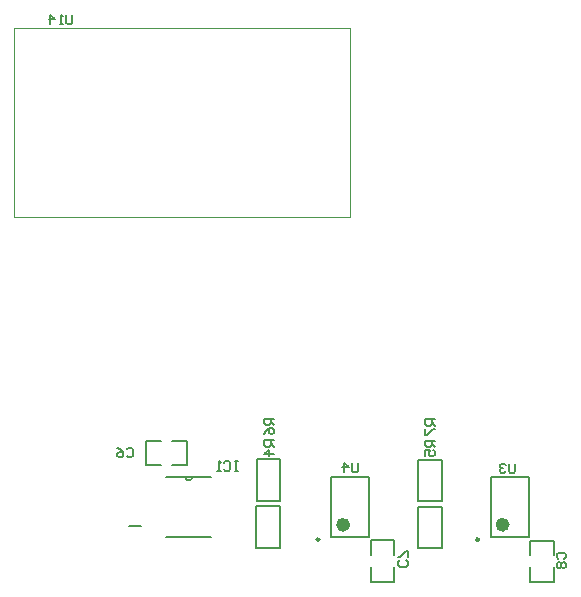
<source format=gbo>
G04*
G04 #@! TF.GenerationSoftware,Altium Limited,Altium Designer,19.0.12 (326)*
G04*
G04 Layer_Color=33789*
%FSLAX42Y42*%
%MOMM*%
G71*
G01*
G75*
%ADD10C,0.25*%
%ADD11C,0.10*%
%ADD12C,0.20*%
%ADD13C,0.60*%
%ADD16C,0.13*%
%ADD17C,0.15*%
%ADD135C,0.15*%
D10*
X7963Y471D02*
G03*
X7963Y471I-12J0D01*
G01*
X6613D02*
G03*
X6613Y471I-12J0D01*
G01*
D11*
X6870Y3205D02*
Y4805D01*
X4030Y3205D02*
X6870D01*
X4030D02*
Y4805D01*
X6870D01*
D12*
X8063Y997D02*
X8383D01*
X8063Y497D02*
X8383D01*
Y997D01*
X8063Y497D02*
Y997D01*
X6713D02*
X7033D01*
X6713Y497D02*
X7033D01*
Y997D01*
X6713Y497D02*
Y997D01*
D13*
X8193Y597D02*
G03*
X8193Y597I-30J0D01*
G01*
X6843D02*
G03*
X6843Y597I-30J0D01*
G01*
D16*
X7450Y799D02*
Y1149D01*
X7650Y799D02*
Y1149D01*
X7450D02*
X7650D01*
X7450Y799D02*
X7650D01*
X7649Y401D02*
Y751D01*
X7449Y401D02*
Y751D01*
Y401D02*
X7649D01*
X7449Y751D02*
X7649D01*
X8597Y112D02*
Y237D01*
X8397Y112D02*
Y237D01*
X8597Y337D02*
Y462D01*
X8397Y337D02*
Y462D01*
X8597D01*
X8397Y112D02*
X8597D01*
X7247Y115D02*
Y240D01*
X7047Y115D02*
Y240D01*
X7247Y340D02*
Y465D01*
X7047Y340D02*
Y465D01*
X7247D01*
X7047Y115D02*
X7247D01*
X5367Y1306D02*
X5492D01*
X5367Y1106D02*
X5492D01*
X5142Y1306D02*
X5267D01*
X5142Y1106D02*
X5267D01*
X5142D02*
Y1306D01*
X5492Y1106D02*
Y1306D01*
X6281Y802D02*
Y1152D01*
X6081Y802D02*
Y1152D01*
Y802D02*
X6281D01*
X6081Y1152D02*
X6281D01*
X6079Y403D02*
Y753D01*
X6279Y403D02*
Y753D01*
X6079D02*
X6279D01*
X6079Y403D02*
X6279D01*
D17*
X7590Y1490D02*
X7510D01*
Y1450D01*
X7523Y1437D01*
X7550D01*
X7563Y1450D01*
Y1490D01*
Y1463D02*
X7590Y1437D01*
X7510Y1410D02*
Y1357D01*
X7523D01*
X7577Y1410D01*
X7590D01*
X6226Y1496D02*
X6146D01*
Y1456D01*
X6160Y1443D01*
X6186D01*
X6200Y1456D01*
Y1496D01*
Y1470D02*
X6226Y1443D01*
X6146Y1363D02*
X6160Y1390D01*
X6186Y1416D01*
X6213D01*
X6226Y1403D01*
Y1376D01*
X6213Y1363D01*
X6200D01*
X6186Y1376D01*
Y1416D01*
X7590Y1310D02*
X7510D01*
Y1270D01*
X7523Y1257D01*
X7550D01*
X7563Y1270D01*
Y1310D01*
Y1283D02*
X7590Y1257D01*
X7510Y1177D02*
Y1230D01*
X7550D01*
X7537Y1203D01*
Y1190D01*
X7550Y1177D01*
X7577D01*
X7590Y1190D01*
Y1217D01*
X7577Y1230D01*
X6226Y1313D02*
X6146D01*
Y1273D01*
X6160Y1259D01*
X6186D01*
X6200Y1273D01*
Y1313D01*
Y1286D02*
X6226Y1259D01*
Y1193D02*
X6146D01*
X6186Y1233D01*
Y1179D01*
X8633Y307D02*
X8620Y320D01*
Y347D01*
X8633Y360D01*
X8687D01*
X8700Y347D01*
Y320D01*
X8687Y307D01*
X8633Y280D02*
X8620Y267D01*
Y240D01*
X8633Y227D01*
X8647D01*
X8660Y240D01*
X8673Y227D01*
X8687D01*
X8700Y240D01*
Y267D01*
X8687Y280D01*
X8673D01*
X8660Y267D01*
X8647Y280D01*
X8633D01*
X8660Y267D02*
Y240D01*
X7347Y295D02*
X7361Y282D01*
Y255D01*
X7347Y242D01*
X7294D01*
X7281Y255D01*
Y282D01*
X7294Y295D01*
X7361Y322D02*
Y375D01*
X7347D01*
X7294Y322D01*
X7281D01*
X4979Y1237D02*
X4992Y1250D01*
X5019D01*
X5032Y1237D01*
Y1183D01*
X5019Y1170D01*
X4992D01*
X4979Y1183D01*
X4899Y1250D02*
X4925Y1237D01*
X4952Y1210D01*
Y1183D01*
X4939Y1170D01*
X4912D01*
X4899Y1183D01*
Y1197D01*
X4912Y1210D01*
X4952D01*
X4520Y4915D02*
Y4848D01*
X4507Y4835D01*
X4480D01*
X4467Y4848D01*
Y4915D01*
X4440Y4835D02*
X4413D01*
X4427D01*
Y4915D01*
X4440Y4901D01*
X4333Y4835D02*
Y4915D01*
X4373Y4875D01*
X4320D01*
X6940Y1122D02*
Y1056D01*
X6927Y1042D01*
X6900D01*
X6887Y1056D01*
Y1122D01*
X6820Y1042D02*
Y1122D01*
X6860Y1082D01*
X6807D01*
X8270Y1115D02*
Y1048D01*
X8257Y1035D01*
X8230D01*
X8217Y1048D01*
Y1115D01*
X8190Y1101D02*
X8177Y1115D01*
X8150D01*
X8137Y1101D01*
Y1088D01*
X8150Y1075D01*
X8163D01*
X8150D01*
X8137Y1061D01*
Y1048D01*
X8150Y1035D01*
X8177D01*
X8190Y1048D01*
X5923Y1136D02*
X5896D01*
X5909D01*
Y1056D01*
X5923D01*
X5896D01*
X5803Y1122D02*
X5816Y1136D01*
X5843D01*
X5856Y1122D01*
Y1069D01*
X5843Y1056D01*
X5816D01*
X5803Y1069D01*
X5776Y1056D02*
X5749D01*
X5763D01*
Y1136D01*
X5776Y1122D01*
D135*
X5475Y1001D02*
G03*
X5535Y1001I30J0D01*
G01*
X5693D01*
X5475D02*
X5535D01*
X5317D02*
X5475D01*
X5317Y493D02*
X5693Y493D01*
X5002Y584D02*
X5104D01*
M02*

</source>
